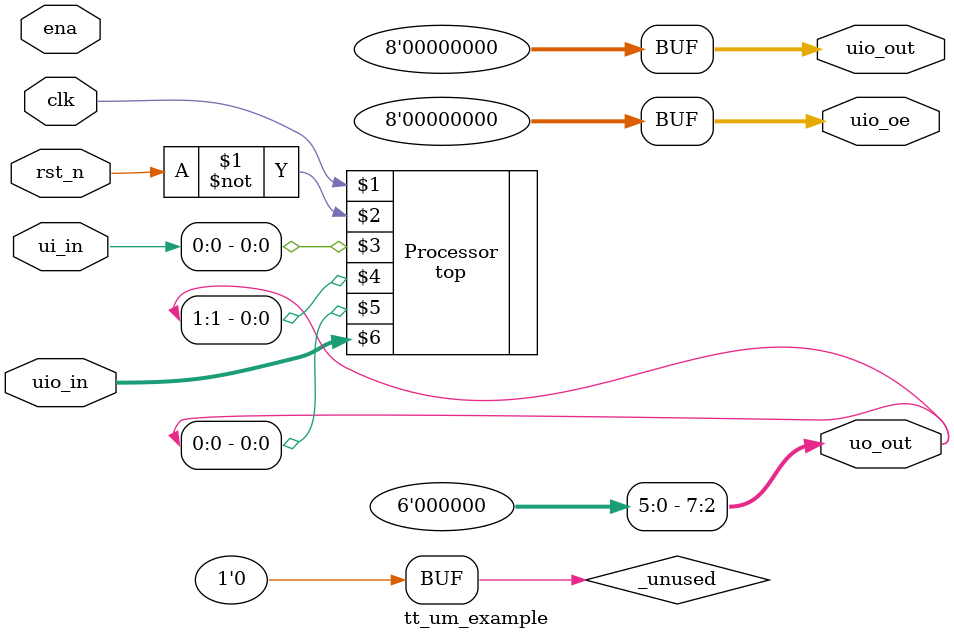
<source format=v>
/*
 * Copyright (c) 2024 Jacob Schroll
 * SPDX-License-Identifier: Apache-2.0
 */

`include "TOP.v"

`default_nettype none

module tt_um_example (
    input  wire [7:0] ui_in,    // Dedicated inputs
    output wire [7:0] uo_out,   // Dedicated outputs
    input  wire [7:0] uio_in,   // IOs: Input path
    output wire [7:0] uio_out,  // IOs: Output path
    output wire [7:0] uio_oe,   // IOs: Enable path (active high: 0=input, 1=output)
    input  wire       ena,      // always 1 when the design is powered, so you can ignore it
    input  wire       clk,      // clock
    input  wire       rst_n     // reset_n - low to reset
);

  top #(.N(2)) Processor(clk, ~rst_n, ui_in[0], uo_out[1], uo_out[0], uio_in);

  // All output pins must be assigned. If not used, assign to 0.
  assign uo_out[7:2] = 0;
  assign uio_out = 0;
  assign uio_oe  = 0;

  // List all unused inputs to prevent warnings
  wire _unused = &{ena, ui_in[7:1], uio_in[7:0], 1'b0};

endmodule

</source>
